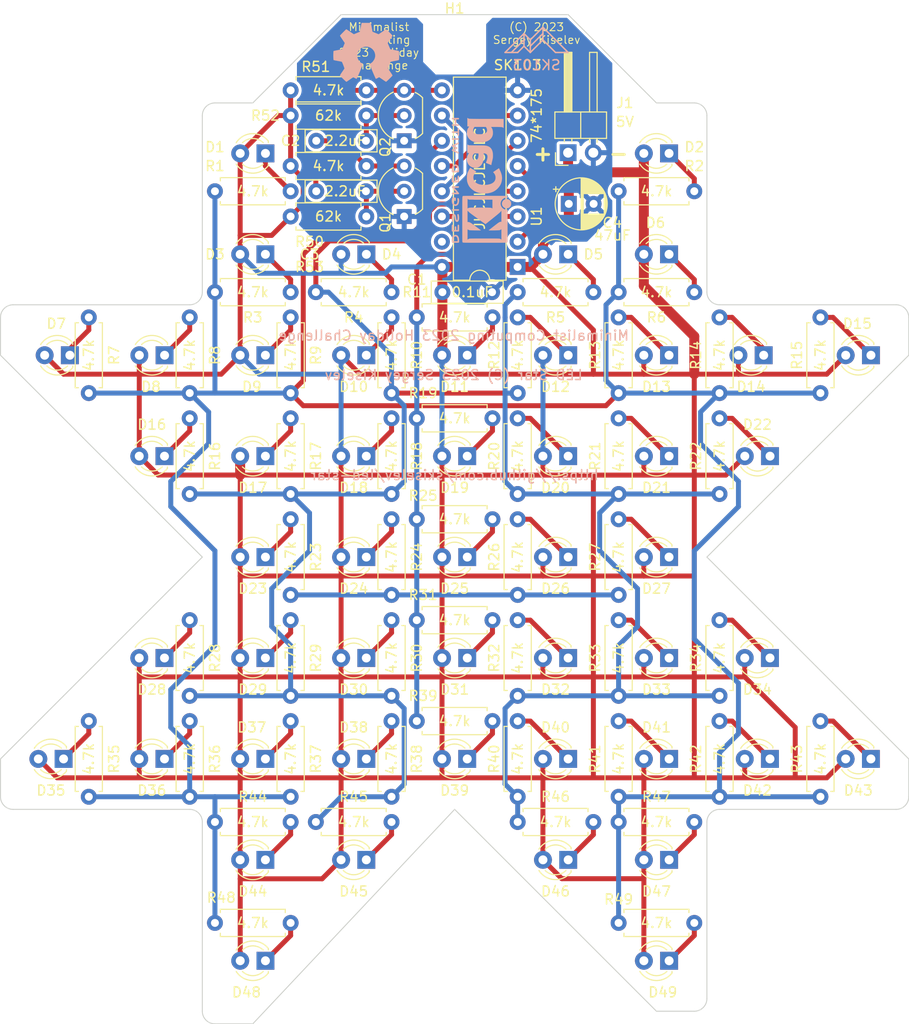
<source format=kicad_pcb>
(kicad_pcb (version 20211014) (generator pcbnew)
  (layers (0 "F.Cu" signal) (31 "B.Cu" signal) (34 "B.Paste" user) (35 "F.Paste" user) (36 "B.SilkS" user "B.Silkscreen") (37 "F.SilkS" user "F.Silkscreen") (38 "B.Mask" user) (39 "F.Mask" user) (44 "Edge.Cuts" user))
  (net 0 "")
  (net 1 "VCC")
  (net 2 "GND")
  (net 3 "Net-(C2-Pad1)")
  (net 4 "Net-(C2-Pad2)")
  (net 5 "Net-(C3-Pad1)")
  (net 6 "/CLOCK")
  (net 7 "Net-(D1-Pad1)")
  (net 8 "Net-(D2-Pad1)")
  (net 9 "Net-(D3-Pad1)")
  (net 10 "Net-(D4-Pad1)")
  (net 11 "Net-(D5-Pad1)")
  (net 12 "Net-(D6-Pad1)")
  (net 13 "Net-(D7-Pad1)")
  (net 14 "Net-(D9-Pad1)")
  (net 15 "Net-(D10-Pad1)")
  (net 16 "Net-(D11-Pad1)")
  (net 17 "Net-(D12-Pad1)")
  (net 18 "Net-(D13-Pad1)")
  (net 19 "Net-(D14-Pad1)")
  (net 20 "Net-(D15-Pad1)")
  (net 21 "Net-(D16-Pad1)")
  (net 22 "Net-(D17-Pad1)")
  (net 23 "Net-(D18-Pad1)")
  (net 24 "Net-(D19-Pad1)")
  (net 25 "Net-(D20-Pad1)")
  (net 26 "Net-(D21-Pad1)")
  (net 27 "Net-(D22-Pad1)")
  (net 28 "Net-(D23-Pad1)")
  (net 29 "Net-(D24-Pad1)")
  (net 30 "Net-(D25-Pad1)")
  (net 31 "Net-(D26-Pad1)")
  (net 32 "Net-(D27-Pad1)")
  (net 33 "Net-(D28-Pad1)")
  (net 34 "Net-(D29-Pad1)")
  (net 35 "Net-(D30-Pad1)")
  (net 36 "Net-(D31-Pad1)")
  (net 37 "Net-(D32-Pad1)")
  (net 38 "Net-(D33-Pad1)")
  (net 39 "Net-(D34-Pad1)")
  (net 40 "Net-(D35-Pad1)")
  (net 41 "Net-(D36-Pad1)")
  (net 42 "Net-(D37-Pad1)")
  (net 43 "Net-(D38-Pad1)")
  (net 44 "Net-(D39-Pad1)")
  (net 45 "Net-(D40-Pad1)")
  (net 46 "Net-(D41-Pad1)")
  (net 47 "Net-(D42-Pad1)")
  (net 48 "Net-(D43-Pad1)")
  (net 49 "Net-(D44-Pad1)")
  (net 50 "Net-(D45-Pad1)")
  (net 51 "Net-(D46-Pad1)")
  (net 52 "Net-(D47-Pad1)")
  (net 53 "Net-(D48-Pad1)")
  (net 54 "Net-(D49-Pad1)")
  (net 55 "Net-(D8-Pad1)")
  (net 56 "Net-(R1-Pad1)")
  (net 57 "Net-(R10-Pad1)")
  (net 58 "Net-(U1-Pad2)")
  (net 59 "Net-(U1-Pad14)")
  (net 60 "Net-(U1-Pad12)")
  (net 61 "Net-(U1-Pad10)")
  (net 63 "Net-(R11-Pad1)")
  (footprint "Resistor_THT:R_Axial_DIN0207_L6.3mm_D2.5mm_P7.62mm_Horizontal" (layer "F.Cu") (at 160.02 128.27)
    (fp_text reference "R46")
    (fp_text value "4.7k")
  )
  (footprint "LED_THT:LED_D3.0mm_Clear" (layer "F.Cu") (at 124.46 91.44 180)
    (fp_text reference "D16")
    (fp_text value "Green")
  )
  (footprint "LED_THT:LED_D3.0mm_Clear" (layer "F.Cu") (at 154.94 91.44 180)
    (fp_text reference "D19")
    (fp_text value "Red")
  )
  (footprint "LED_THT:LED_D3.0mm_Clear" (layer "F.Cu") (at 175.26 101.6 180)
    (fp_text reference "D27")
    (fp_text value "Red")
  )
  (footprint "Capacitor_THT:C_Rect_L7.0mm_W2.0mm_P5.00mm" (layer "F.Cu") (at 139.74 59.69)
    (fp_text reference "C2")
    (fp_text value "2.2uF")
  )
  (footprint "Resistor_THT:R_Axial_DIN0207_L6.3mm_D2.5mm_P7.62mm_Horizontal" (layer "F.Cu") (at 137.16 105.41 90)
    (fp_text reference "R23")
    (fp_text value "4.7k")
  )
  (footprint "MountingHole:MountingHole_3.2mm_M3_DIN965" (layer "F.Cu") (at 153.67 50.165)
    (fp_text reference "H1")
    (fp_text value "M3")
  )
  (footprint "LED_THT:LED_D3.0mm_Clear" (layer "F.Cu") (at 134.62 111.76 180)
    (fp_text reference "D29")
    (fp_text value "Green")
  )
  (footprint "Resistor_THT:R_Axial_DIN0207_L6.3mm_D2.5mm_P7.62mm_Horizontal" (layer "F.Cu") (at 170.18 74.93)
    (fp_text reference "R6")
    (fp_text value "4.7k")
  )
  (footprint "LED_THT:LED_D3.0mm_Clear" (layer "F.Cu") (at 144.78 91.44 180)
    (fp_text reference "D18")
    (fp_text value "Green")
  )
  (footprint "Resistor_THT:R_Axial_DIN0207_L6.3mm_D2.5mm_P7.62mm_Horizontal" (layer "F.Cu") (at 137.16 62.23)
    (fp_text reference "R50")
    (fp_text value "4.7k")
  )
  (footprint "LED_THT:LED_D3.0mm_Clear" (layer "F.Cu") (at 165.105 81.28 180)
    (fp_text reference "D12")
    (fp_text value "Green")
  )
  (footprint "Resistor_THT:R_Axial_DIN0207_L6.3mm_D2.5mm_P7.62mm_Horizontal" (layer "F.Cu") (at 129.54 64.77)
    (fp_text reference "R1")
    (fp_text value "4.7k")
  )
  (footprint "Capacitor_THT:CP_Radial_D5.0mm_P2.50mm" (layer "F.Cu") (at 165.164888 66.04)
    (fp_text reference "C4")
    (fp_text value "47uF")
  )
  (footprint "LED_THT:LED_D3.0mm_Clear" (layer "F.Cu") (at 154.94 81.28 180)
    (fp_text reference "D11")
    (fp_text value "Red")
  )
  (footprint "LED_THT:LED_D3.0mm_Clear" (layer "F.Cu") (at 195.58 121.92 180)
    (fp_text reference "D43")
    (fp_text value "Blue")
  )
  (footprint "LED_THT:LED_D3.0mm_Clear" (layer "F.Cu") (at 154.94 121.92 180)
    (fp_text reference "D39")
    (fp_text value "Red")
  )
  (footprint "Resistor_THT:R_Axial_DIN0207_L6.3mm_D2.5mm_P7.62mm_Horizontal" (layer "F.Cu") (at 149.86 97.79)
    (fp_text reference "R25")
    (fp_text value "4.7k")
  )
  (footprint "Resistor_THT:R_Axial_DIN0207_L6.3mm_D2.5mm_P7.62mm_Horizontal" (layer "F.Cu") (at 149.86 107.95)
    (fp_text reference "R31")
    (fp_text value "4.7k")
  )
  (footprint "Resistor_THT:R_Axial_DIN0207_L6.3mm_D2.5mm_P7.62mm_Horizontal" (layer "F.Cu") (at 139.7 74.93)
    (fp_text reference "R4")
    (fp_text value "4.7k")
  )
  (footprint "LED_THT:LED_D3.0mm_Clear" (layer "F.Cu") (at 165.105 101.6 180)
    (fp_text reference "D26")
    (fp_text value "Red")
  )
  (footprint "LED_THT:LED_D3.0mm_Clear" (layer "F.Cu") (at 165.1 121.92 180)
    (fp_text reference "D40")
    (fp_text value "Green")
  )
  (footprint "Resistor_THT:R_Axial_DIN0207_L6.3mm_D2.5mm_P7.62mm_Horizontal" (layer "F.Cu") (at 149.86 118.11)
    (fp_text reference "R39")
    (fp_text value "4.7k")
  )
  (footprint "Resistor_THT:R_Axial_DIN0207_L6.3mm_D2.5mm_P7.62mm_Horizontal" (layer "F.Cu") (at 139.7 128.27)
    (fp_text reference "R45")
    (fp_text value "4.7k")
  )
  (footprint "Resistor_THT:R_Axial_DIN0207_L6.3mm_D2.5mm_P7.62mm_Horizontal" (layer "F.Cu") (at 170.18 105.41 90)
    (fp_text reference "R27")
    (fp_text value "4.7k")
  )
  (footprint "LED_THT:LED_D3.0mm_Clear" (layer "F.Cu") (at 134.62 91.44 180)
    (fp_text reference "D17")
    (fp_text value "Green")
  )
  (footprint "Package_TO_SOT_THT:TO-92_Inline_Wide" (layer "F.Cu") (at 148.59 59.69 90)
    (fp_text reference "Q2")
    (fp_text value "2N3904")
  )
  (footprint "LED_THT:LED_D3.0mm_Clear" (layer "F.Cu") (at 144.78 111.76 180)
    (fp_text reference "D30")
    (fp_text value "Green")
  )
  (footprint "Resistor_THT:R_Axial_DIN0207_L6.3mm_D2.5mm_P7.62mm_Horizontal" (layer "F.Cu") (at 160.02 105.41 90)
    (fp_text reference "R26")
    (fp_text value "4.7k")
  )
  (footprint "LED_THT:LED_D3.0mm_Clear" (layer "F.Cu") (at 144.78 132.08 180)
    (fp_text reference "D45")
    (fp_text value "Green")
  )
  (footprint "Resistor_THT:R_Axial_DIN0207_L6.3mm_D2.5mm_P7.62mm_Horizontal" (layer "F.Cu") (at 160.02 74.93)
    (fp_text reference "R5")
    (fp_text value "4.7k")
  )
  (footprint "Resistor_THT:R_Axial_DIN0207_L6.3mm_D2.5mm_P7.62mm_Horizontal" (layer "F.Cu") (at 149.86 77.47)
    (fp_text reference "R11")
    (fp_text value "4.7k")
  )
  (footprint "Resistor_THT:R_Axial_DIN0207_L6.3mm_D2.5mm_P7.62mm_Horizontal" (layer "F.Cu") (at 116.84 125.73 90)
    (fp_text reference "R35")
    (fp_text value "4.7k")
  )
  (footprint "Connector_PinHeader_2.54mm:PinHeader_1x02_P2.54mm_Horizontal" (layer "F.Cu") (at 165.095 60.89 90)
    (fp_text reference "J1")
    (fp_text value "5V")
  )
  (footprint "Resistor_THT:R_Axial_DIN0207_L6.3mm_D2.5mm_P7.62mm_Horizontal" (layer "F.Cu") (at 127 95.25 90)
    (fp_text reference "R16")
    (fp_text value "4.7k")
  )
  (footprint "LED_THT:LED_D3.0mm_Clear" (layer "F.Cu") (at 154.945 101.6 180)
    (fp_text reference "D25")
    (fp_text value "Red")
  )
  (footprint "Resistor_THT:R_Axial_DIN0207_L6.3mm_D2.5mm_P7.62mm_Horizontal" (layer "F.Cu") (at 190.5 125.73 90)
    (fp_text reference "R43")
    (fp_text value "4.7k")
  )
  (footprint "LED_THT:LED_D3.0mm_Clear" (layer "F.Cu") (at 175.265 121.92 180)
    (fp_text reference "D41")
    (fp_text value "Blue")
  )
  (footprint "LED_THT:LED_D3.0mm_Clear" (layer "F.Cu") (at 175.265 132.08 180)
    (fp_text reference "D47")
    (fp_text value "Blue")
  )
  (footprint "LED_THT:LED_D3.0mm_Clear" (layer "F.Cu") (at 184.785 81.28 180)
    (fp_text reference "D14")
    (fp_text value "Blue")
  )
  (footprint "Package_TO_SOT_THT:TO-92_Inline_Wide" (layer "F.Cu") (at 148.59 67.31 90)
    (fp_text reference "Q1")
    (fp_text value "2N3904")
  )
  (footprint "LED_THT:LED_D3.0mm_Clear" (layer "F.Cu") (at 185.42 121.92 180)
    (fp_text reference "D42")
    (fp_text value "Blue")
  )
  (footprint "Capacitor_THT:C_Rect_L7.0mm_W2.0mm_P5.00mm" (layer "F.Cu") (at 144.74 64.77 180)
    (fp_text reference "C3")
    (fp_text value "2.2uF")
  )
  (footprint "Resistor_THT:R_Axial_DIN0207_L6.3mm_D2.5mm_P7.62mm_Horizontal" (layer "F.Cu") (at 170.18 64.77)
    (fp_text reference "R2")
    (fp_text value "4.7k")
  )
  (footprint "Resistor_THT:R_Axial_DIN0207_L6.3mm_D2.5mm_P7.62mm_Horizontal" (layer "F.Cu") (at 137.16 54.61)
    (fp_text reference "R51")
    (fp_text value "4.7k")
  )
  (footprint "Resistor_THT:R_Axial_DIN0207_L6.3mm_D2.5mm_P7.62mm_Horizontal" (layer "F.Cu") (at 137.16 57.15)
    (fp_text reference "R52")
    (fp_text value "62k")
  )
  (footprint "Resistor_THT:R_Axial_DIN0207_L6.3mm_D2.5mm_P7.62mm_Horizontal" (layer "F.Cu") (at 170.18 115.57 90)
    (fp_text reference "R33")
    (fp_text value "4.7k")
  )
  (footprint "Resistor_THT:R_Axial_DIN0207_L6.3mm_D2.5mm_P7.62mm_Horizontal" (layer "F.Cu") (at 137.16 115.57 90)
    (fp_text reference "R29")
    (fp_text value "4.7k")
  )
  (footprint "LED_THT:LED_D3.0mm_Clear" (layer "F.Cu") (at 144.78 101.6 180)
    (fp_text reference "D24")
    (fp_text value "Red")
  )
  (footprint "Resistor_THT:R_Axial_DIN0207_L6.3mm_D2.5mm_P7.62mm_Horizontal" (layer "F.Cu") (at 170.18 85.09 90)
    (fp_text reference "R13")
    (fp_text value "4.7k")
  )
  (footprint "Resistor_THT:R_Axial_DIN0207_L6.3mm_D2.5mm_P7.62mm_Horizontal" (layer "F.Cu") (at 149.86 87.63)
    (fp_text reference "R19")
    (fp_text value "4.7k")
  )
  (footprint "LED_THT:LED_D3.0mm_Clear" (layer "F.Cu") (at 165.1 91.44 180)
    (fp_text reference "D20")
    (fp_text value "Green")
  )
  (footprint "Resistor_THT:R_Axial_DIN0207_L6.3mm_D2.5mm_P7.62mm_Horizontal" (layer "F.Cu") (at 190.5 85.09 90)
    (fp_text reference "R15")
    (fp_text value "4.7k")
  )
  (footprint "Resistor_THT:R_Axial_DIN0207_L6.3mm_D2.5mm_P7.62mm_Horizontal" (layer "F.Cu") (at 147.32 105.41 90)
    (fp_text reference "R24")
    (fp_text value "4.7k")
  )
  (footprint "LED_THT:LED_D3.0mm_Clear" (layer "F.Cu") (at 134.62 71.12 180)
    (fp_text reference "D3")
    (fp_text value "Blue")
  )
  (footprint "Resistor_THT:R_Axial_DIN0207_L6.3mm_D2.5mm_P7.62mm_Horizontal" (layer "F.Cu") (at 127 85.09 90)
    (fp_text reference "R8")
    (fp_text value "4.7k")
  )
  (footprint "LED_THT:LED_D3.0mm_Clear" (layer "F.Cu") (at 144.78 81.28 180)
    (fp_text reference "D10")
    (fp_text value "Green")
  )
  (footprint "LED_THT:LED_D3.0mm_Clear" (layer "F.Cu") (at 134.625 60.96 180)
    (fp_text reference "D1")
    (fp_text value "Blue")
  )
  (footprint "Resistor_THT:R_Axial_DIN0207_L6.3mm_D2.5mm_P7.62mm_Horizontal" (layer "F.Cu") (at 137.16 125.73 90)
    (fp_text reference "R37")
    (fp_text value "4.7k")
  )
  (footprint "Resistor_THT:R_Axial_DIN0207_L6.3mm_D2.5mm_P7.62mm_Horizontal" (layer "F.Cu") (at 147.32 115.57 90)
    (fp_text reference "R30")
    (fp_text value "4.7k")
  )
  (footprint "LED_THT:LED_D3.0mm_Clear" (layer "F.Cu") (at 144.785 71.12 180)
    (fp_text reference "D4")
    (fp_text value "Green")
  )
  (footprint "Resistor_THT:R_Axial_DIN0207_L6.3mm_D2.5mm_P7.62mm_Horizontal" (layer "F.Cu") (at 129.54 74.93)
    (fp_text reference "R3")
    (fp_text value "4.7k")
  )
  (footprint "Resistor_THT:R_Axial_DIN0207_L6.3mm_D2.5mm_P7.62mm_Horizontal" (layer "F.Cu") (at 127 115.57 90)
    (fp_text reference "R28")
    (fp_text value "4.7k")
  )
  (footprint "LED_THT:LED_D3.0mm_Clear" (layer "F.Cu") (at 134.625 101.6 180)
    (fp_text reference "D23")
    (fp_text value "Red")
  )
  (footprint "Resistor_THT:R_Axial_DIN0207_L6.3mm_D2.5mm_P7.62mm_Horizontal" (layer "F.Cu") (at 160.02 115.57 90)
    (fp_text reference "R32")
    (fp_text value "4.7k")
  )
  (footprint "LED_THT:LED_D3.0mm_Clear" (layer "F.Cu") (at 165.1 111.76 180)
    (fp_text reference "D32")
    (fp_text value "Green")
  )
  (footprint "Resistor_THT:R_Axial_DIN0207_L6.3mm_D2.5mm_P7.62mm_Horizontal" (layer "F.Cu") (at 160.02 85.09 90)
    (fp_text reference "R12")
    (fp_text value "4.7k")
  )
  (footprint "Resistor_THT:R_Axial_DIN0207_L6.3mm_D2.5mm_P7.62mm_Horizontal" (layer "F.Cu") (at 147.32 125.73 90)
    (fp_text reference "R38")
    (fp_text value "4.7k")
  )
  (footprint "LED_THT:LED_D3.0mm_Clear" (layer "F.Cu") (at 134.62 132.08 180)
    (fp_text reference "D44")
    (fp_text value "Blue")
  )
  (footprint "Resistor_THT:R_Axial_DIN0207_L6.3mm_D2.5mm_P7.62mm_Horizontal" (layer "F.Cu") (at 147.32 95.25 90)
    (fp_text reference "R18")
    (fp_text value "4.7k")
  )
  (footprint "LED_THT:LED_D3.0mm_Clear" (layer "F.Cu") (at 114.935 81.28 180)
    (fp_text reference "D7")
    (fp_text value "Blue")
  )
  (footprint "LED_THT:LED_D3.0mm_Clear" (layer "F.Cu") (at 114.3 121.92 180)
    (fp_text reference "D35")
    (fp_text value "Blue")
  )
  (footprint "Resistor_THT:R_Axial_DIN0207_L6.3mm_D2.5mm_P7.62mm_Horizontal" (layer "F.Cu") (at 170.18 128.27)
    (fp_text reference "R47")
    (fp_text value "4.7k")
  )
  (footprint "LED_THT:LED_D3.0mm_Clear" (layer "F.Cu") (at 134.62 121.92 180)
    (fp_text reference "D37")
    (fp_text value "Blue")
  )
  (footprint "Resistor_THT:R_Axial_DIN0207_L6.3mm_D2.5mm_P7.62mm_Horizontal" (layer "F.Cu") (at 127 125.73 90)
    (fp_text reference "R36")
    (fp_text value "4.7k")
  )
  (footprint "LED_THT:LED_D3.0mm_Clear" (layer "F.Cu") (at 175.26 60.96 180)
    (fp_text reference "D2")
    (fp_text value "Blue")
  )
  (footprint "Package_DIP:DIP-16_W7.62mm" (layer "F.Cu") (at 160.01 72.39 180)
    (fp_text reference "U1")
    (fp_text value "74*175")
  )
  (footprint "Resistor_THT:R_Axial_DIN0207_L6.3mm_D2.5mm_P7.62mm_Horizontal" (layer "F.Cu") (at 147.32 85.09 90)
    (fp_text reference "R10")
    (fp_text value "4.7k")
  )
  (footprint "LED_THT:LED_D3.0mm_Clear" (layer "F.Cu") (at 124.46 111.76 180)
    (fp_text reference "D28")
    (fp_text value "Green")
  )
  (footprint "LED_THT:LED_D3.0mm_Clear" (layer "F.Cu") (at 175.265 142.24 180)
    (fp_text reference "D49")
    (fp_text value "Blue")
  )
  (footprint "LED_THT:LED_D3.0mm_Clear" (layer "F.Cu") (at 175.26 81.28 180)
    (fp_text reference "D13")
    (fp_text value "Blue")
  )
  (footprint "LED_THT:LED_D3.0mm_Clear" (layer "F.Cu") (at 195.585 81.28 180)
    (fp_text reference "D15")
    (fp_text value "Blue")
  )
  (footprint "LED_THT:LED_D3.0mm_Clear" (layer "F.Cu") (at 154.945 111.76 180)
    (fp_text reference "D31")
    (fp_text value "Red")
  )
  (footprint "Resistor_THT:R_Axial_DIN0207_L6.3mm_D2.5mm_P7.62mm_Horizontal" (layer "F.Cu") (at 180.34 85.09 90)
    (fp_text reference "R14")
    (fp_text value "4.7k")
  )
  (footprint "LED_THT:LED_D3.0mm_Clear" (layer "F.Cu") (at 124.46 121.92 180)
    (fp_text reference "D36")
    (fp_text value "Blue")
  )
  (footprint "Resistor_THT:R_Axial_DIN0207_L6.3mm_D2.5mm_P7.62mm_Horizontal" (layer "F.Cu") (at 137.16 95.25 90)
    (fp_text reference "R17")
    (fp_text value "4.7k")
  )
  (footprint "LED_THT:LED_D3.0mm_Clear" (layer "F.Cu") (at 134.625 142.24 180)
    (fp_text reference "D48")
    (fp_text value "Blue")
  )
  (footprint "Resistor_THT:R_Axial_DIN0207_L6.3mm_D2.5mm_P7.62mm_Horizontal" (layer "F.Cu") (at 160.02 95.25 90)
    (fp_text reference "R20")
    (fp_text value "4.7k")
  )
  (footprint "LED_THT:LED_D3.0mm_Clear" (layer "F.Cu") (at 175.265 91.44 180)
    (fp_text reference "D21")
    (fp_text value "Green")
  )
  (footprint "LED_THT:LED_D3.0mm_Clear" (layer "F.Cu") (at 185.42 111.76 180)
    (fp_text reference "D34")
    (fp_text value "Green")
  )
  (footprint "Resistor_THT:R_Axial_DIN0207_L6.3mm_D2.5mm_P7.62mm_Horizontal" (layer "F.Cu") (at 170.18 138.43)
    (fp_text reference "R49")
    (fp_text value "4.7k")
  )
  (footprint "Resistor_THT:R_Axial_DIN0207_L6.3mm_D2.5mm_P7.62mm_Horizontal" (layer "F.Cu") (at 180.34 115.57 90)
    (fp_text reference "R34")
    (fp_text value "4.7k")
  )
  (footprint "LED_THT:LED_D3.0mm_Clear" (layer "F.Cu") (at 144.78 121.92 180)
    (fp_text reference "D38")
    (fp_text value "Green")
  )
  (footprint "Resistor_THT:R_Axial_DIN0207_L6.3mm_D2.5mm_P7.62mm_Horizontal" (layer "F.Cu") (at 180.34 95.25 90)
    (fp_text reference "R22")
    (fp_text value "4.7k")
  )
  (footprint "LED_THT:LED_D3.0mm_Clear" (layer "F.Cu") (at 124.47 81.28 180)
    (fp_text reference "D8")
    (fp_text value "Blue")
  )
  (footprint "Resistor_THT:R_Axial_DIN0207_L6.3mm_D2.5mm_P7.62mm_Horizontal" (layer "F.Cu") (at 160.02 125.73 90)
    (fp_text reference "R40")
    (fp_text value "4.7k")
  )
  (footprint "Resistor_THT:R_Axial_DIN0207_L6.3mm_D2.5mm_P7.62mm_Horizontal" (layer "F.Cu") (at 170.18 125.73 90)
    (fp_text reference "R41")
    (fp_text value "4.7k")
  )
  (footprint "Resistor_THT:R_Axial_DIN0207_L6.3mm_D2.5mm_P7.62mm_Horizontal" (layer "F.Cu") (at 180.34 125.73 90)
    (fp_text reference "R42")
    (fp_text value "4.7k")
  )
  (footprint "Resistor_THT:R_Axial_DIN0207_L6.3mm_D2.5mm_P7.62mm_Horizontal" (layer "F.Cu") (at 137.16 67.31)
    (fp_text reference "R53")
    (fp_text value "62k")
  )
  (footprint "Resistor_THT:R_Axial_DIN0207_L6.3mm_D2.5mm_P7.62mm_Horizontal" (layer "F.Cu") (at 129.54 128.27)
    (fp_text reference "R44")
    (fp_text value "4.7k")
  )
  (footprint "LED_THT:LED_D3.0mm_Clear" (layer "F.Cu") (at 175.265 111.76 180)
    (fp_text reference "D33")
    (fp_text value "Green")
  )
  (footprint "Resistor_THT:R_Axial_DIN0207_L6.3mm_D2.5mm_P7.62mm_Horizontal" (layer "F.Cu") (at 137.16 85.09 90)
    (fp_text reference "R9")
    (fp_text value "4.7k")
  )
  (footprint "LED_THT:LED_D3.0mm_Clear" (layer "F.Cu") (at 175.26 71.12 180)
    (fp_text reference "D6")
    (fp_text value "Blue")
  )
  (footprint "Resistor_THT:R_Axial_DIN0207_L6.3mm_D2.5mm_P7.62mm_Horizontal" (layer "F.Cu") (at 170.18 95.25 90)
    (fp_text reference "R21")
    (fp_text value "4.7k")
  )
  (footprint "Resistor_THT:R_Axial_DIN0207_L6.3mm_D2.5mm_P7.62mm_Horizontal" (layer "F.Cu") (at 129.54 138.43)
    (fp_text reference "R48")
    (fp_text value "4.7k")
  )
  (footprint "LED_THT:LED_D3.0mm_Clear" (layer "F.Cu") (at 185.425 91.44 180)
    (fp_text reference "D22")
    (fp_text value "Green")
  )
  (footprint "LED_THT:LED_D3.0mm_Clear" (layer "F.Cu") (at 134.62 81.28 180)
    (fp_text reference "D9")
    (fp_text value "Blue")
  )
  (footprint "LED_THT:LED_D3.0mm_Clear" (layer "F.Cu") (at 165.105 132.08 180)
    (fp_text reference "D46")
    (fp_text value "Green")
  )
  (footprint "Resistor_THT:R_Axial_DIN0207_L6.3mm_D2.5mm_P7.62mm_Horizontal" (layer "F.Cu") (at 116.84 85.09 90)
    (fp_text reference "R7")
    (fp_text value "4.7k")
  )
  (footprint "Capacitor_THT:C_Rect_L7.0mm_W2.0mm_P5.00mm" (layer "F.Cu") (at 152.44 74.93)
    (fp_text reference "C1")
    (fp_text value "0.1uF")
  )
  (footprint "LED_THT:LED_D3.0mm_Clear" (layer "F.Cu") (at 165.105 71.12 180)
    (fp_text reference "D5")
    (fp_text value "Green")
  )
  (footprint "Symbol:OSHW-Symbol_6.7x6mm_SilkScreen" (layer "B.Cu") (at 144.78 50.8 180)
    (fp_text reference "OSHW1" hide)
    (fp_text value "OSHW-Symbol_6.7x6mm_SilkScreen" hide)
  )
  (footprint "Symbol:KiCad-Logo2_5mm_SilkScreen" (layer "B.Cu") (at 156.3878 63.6778 90)
    (fp_text reference "REF**" hide)
    (fp_text value "KiCad-Logo2_5mm_SilkScreen" hide)
  )
  (gr_line (start 165.1 50.8) (end 163.83 50.8) (layer "B.SilkS") (width 0.15))
  (gr_line (start 162.56 49.53) (end 161.29 50.8) (layer "B.SilkS") (width 0.15))
  (gr_line (start 158.75 50.8) (end 160.655 48.895) (layer "B.SilkS") (width 0.15))
  (gr_line (start 161.29 50.8) (end 161.29 49.53) (layer "B.SilkS") (width 0.15))
  (gr_line (start 161.29 49.53) (end 162.56 48.26) (layer "B.SilkS") (width 0.15))
  (gr_line (start 160.655 50.165) (end 160.655 48.895) (layer "B.SilkS") (width 0.15))
  (gr_line (start 162.56 48.26) (end 165.1 50.8) (layer "B.SilkS") (width 0.15))
  (gr_line (start 162.56 49.53) (end 162.56 48.26) (layer "B.SilkS") (width 0.15))
  (gr_line (start 160.655 48.895) (end 161.29 49.53) (layer "B.SilkS") (width 0.15))
  (gr_line (start 159.385 50.8) (end 160.655 49.53) (layer "B.SilkS") (width 0.15))
  (gr_line (start 163.83 50.8) (end 162.56 49.53) (layer "B.SilkS") (width 0.15))
  (gr_line (start 161.29 50.165) (end 162.56 48.895) (layer "B.SilkS") (width 0.15))
  (gr_line (start 160.02 50.8) (end 158.75 50.8) (layer "B.SilkS") (width 0.15))
  (gr_line (start 161.29 50.8) (end 160.655 50.165) (layer "B.SilkS") (width 0.15))
  (gr_line (start 160.655 50.165) (end 160.02 50.8) (layer "B.SilkS") (width 0.15))
  (gr_line (start 128.27 74.93) (end 128.27 57.15) (layer "Edge.Cuts") (width 0.1))
  (gr_line (start 173.99 55.88) (end 177.8 55.88) (layer "Edge.Cuts") (width 0.1))
  (gr_line (start 198.12 127) (end 180.34 127) (layer "Edge.Cuts") (width 0.1))
  (gr_arc (start 177.8 55.88) (mid 178.698026 56.251974) (end 179.07 57.15) (layer "Edge.Cuts") (width 0.1))
  (gr_line (start 133.35 55.88) (end 142.24 46.99) (layer "Edge.Cuts") (width 0.1))
  (gr_line (start 179.07 101.6) (end 199.39 121.92) (layer "Edge.Cuts") (width 0.1))
  (gr_line (start 179.07 57.15) (end 179.07 74.93) (layer "Edge.Cuts") (width 0.1))
  (gr_arc (start 199.39 125.73) (mid 199.018026 126.628026) (end 198.12 127) (layer "Edge.Cuts") (width 0.1))
  (gr_line (start 153.67 127) (end 133.35 148.59) (layer "Edge.Cuts") (width 0.1))
  (gr_line (start 165.1 46.99) (end 173.99 55.88) (layer "Edge.Cuts") (width 0.1))
  (gr_line (start 109.22 76.2) (end 127 76.2) (layer "Edge.Cuts") (width 0.1))
  (gr_line (start 199.39 77.47) (end 199.39 81.28) (layer "Edge.Cuts") (width 0.1))
  (gr_arc (start 129.54 148.59) (mid 128.641974 148.218026) (end 128.27 147.32) (layer "Edge.Cuts") (width 0.1))
  (gr_arc (start 179.07 128.27) (mid 179.441974 127.371974) (end 180.34 127) (layer "Edge.Cuts") (width 0.1))
  (gr_line (start 177.8 147.32) (end 173.99 147.32) (layer "Edge.Cuts") (width 0.1))
  (gr_arc (start 128.27 74.93) (mid 127.898026 75.828026) (end 127 76.2) (layer "Edge.Cuts") (width 0.1))
  (gr_arc (start 180.34 76.2) (mid 179.441974 75.828026) (end 179.07 74.93) (layer "Edge.Cuts") (width 0.1))
  (gr_line (start 127 127) (end 109.22 127) (layer "Edge.Cuts") (width 0.1))
  (gr_arc (start 198.12 76.2) (mid 199.018026 76.571974) (end 199.39 77.47) (layer "Edge.Cuts") (width 0.1))
  (gr_line (start 142.24 46.99) (end 165.1 46.99) (layer "Edge.Cuts") (width 0.1))
  (gr_arc (start 127 127) (mid 127.898026 127.371974) (end 128.27 128.27) (layer "Edge.Cuts") (width 0.1))
  (gr_line (start 199.39 121.92) (end 199.39 125.73) (layer "Edge.Cuts") (width 0.1))
  (gr_arc (start 128.27 57.15) (mid 128.641974 56.251974) (end 129.54 55.88) (layer "Edge.Cuts") (width 0.1))
  (gr_arc (start 179.07 146.05) (mid 178.698026 146.948026) (end 177.8 147.32) (layer "Edge.Cuts") (width 0.1))
  (gr_line (start 107.95 81.28) (end 107.95 77.47) (layer "Edge.Cuts") (width 0.1))
  (gr_arc (start 107.95 77.47) (mid 108.321974 76.571974) (end 109.22 76.2) (layer "Edge.Cuts") (width 0.1))
  (gr_line (start 179.07 128.27) (end 179.07 146.05) (layer "Edge.Cuts") (width 0.1))
  (gr_line (start 173.99 147.32) (end 163.83 137.16) (layer "Edge.Cuts") (width 0.1))
  (gr_line (start 128.27 101.6) (end 107.95 81.28) (layer "Edge.Cuts") (width 0.1))
  (gr_line (start 163.83 137.16) (end 153.67 127) (layer "Edge.Cuts") (width 0.1))
  (gr_line (start 133.35 148.59) (end 129.54 148.59) (layer "Edge.Cuts") (width 0.1))
  (gr_line (start 199.39 81.28) (end 179.07 101.6) (layer "Edge.Cuts") (width 0.1))
  (gr_line (start 107.95 121.92) (end 128.27 101.6) (layer "Edge.Cuts") (width 0.1))
  (gr_line (start 128.27 147.32) (end 128.27 128.27) (layer "Edge.Cuts") (width 0.1))
  (gr_line (start 107.95 125.73) (end 107.95 121.92) (layer "Edge.Cuts") (width 0.1))
  (gr_line (start 129.54 55.88) (end 133.35 55.88) (layer "Edge.Cuts") (width 0.1))
  (gr_arc (start 109.22 127) (mid 108.321974 126.628026) (end 107.95 125.73) (layer "Edge.Cuts") (width 0.1))
  (gr_line (start 180.34 76.2) (end 198.12 76.2) (layer "Edge.Cuts") (width 0.1))
  (gr_text "SK103" (at 161.925 52.07) (layer "B.SilkS") (effects (font (size 1 1)) (justify mirror)))
  (gr_text "Minimalist Computing 2023 Holiday Challenge\n" (at 153.573513 79.292341) (layer "B.SilkS") (effects (font (size 1 1)) (justify mirror)))
  (gr_text "https://github.com/skiselev/led-star" (at 153.67 93.345) (layer "B.SilkS") (effects (font (size 1 1)) (justify mirror)))
  (gr_text "LED Star (C) 2023 Sergey Kiselev\n" (at 153.573513 83.267659) (layer "B.SilkS") (effects (font (size 1 1)) (justify mirror)))
  (gr_text "JLCJLCJLCJLC" (at 156.21 63.5 90) (layer "F.SilkS") (effects (font (size 1 1))))
  (gr_text "Minimalist\nComputing\n2023 Holiday\nChallenge\n" (at 146.05 50.165) (layer "F.SilkS") (effects (font (size 0.8 0.8) (thickness 0.1))))
  (gr_text "-" (at 170.18 60.96) (layer "F.SilkS") (effects (font (size 1.5 1.5) (thickness 0.3))))
  (gr_text "(C) 2023\nSergey Kiselev\n\n" (at 161.925 49.53) (layer "F.SilkS") (effects (font (size 0.8 0.8) (thickness 0.1))))
  (gr_text "+" (at 162.56 60.96) (layer "F.SilkS") (effects (font (size 1.5 1.5) (thickness 0.3))))
  (gr_text "SK103" (at 160.02 52.07) (layer "F.SilkS") (effects (font (size 1 1))))
  (segment (start 130.175 83.185) (end 132.08 81.28) (width 0.5) (layer "F.Cu") (net 1))
  (segment (start 172.72 71.12) (end 172.72 74.295) (width 1) (layer "F.Cu") (net 1))
  (segment (start 177.8 113.665) (end 172.73 113.665) (width 0.5) (layer "F.Cu") (net 1))
  (segment (start 172.725 93.34) (end 172.72 93.345) (width 0.5) (layer "F.Cu") (net 1))
  (segment (start 152.405 111.76) (end 152.405 103.5) (width 0.5) (layer "F.Cu") (net 1))
  (segment (start 172.72 93.345) (end 167.64 93.345) (width 0.5) (layer "F.Cu") (net 1))
  (segment (start 152.4 121.92) (end 152.4 113.665) (width 0.5) (layer "F.Cu") (net 1))
  (segment (start 142.24 113.665) (end 152.4 113.665) (width 0.5) (layer "F.Cu") (net 1))
  (segment (start 165.164888 62.929888) (end 165.164888 66.04) (width 1) (layer "F.Cu") (net 1))
  (segment (start 162.56 111.76) (end 162.56 113.665) (width 0.5) (layer "F.Cu") (net 1))
  (segment (start 132.08 60.96) (end 135.89 57.15) (width 0.5) (layer "F.Cu") (net 1))
  (segment (start 177.79 93.345) (end 177.795 93.34) (width 0.5) (layer "F.Cu") (net 1))
  (segment (start 172.72 93.345) (end 177.79 93.345) (width 0.5) (layer "F.Cu") (net 1))
  (segment (start 172.72 83.185) (end 172.72 81.28) (width 0.5) (layer "F.Cu") (net 1))
  (segment (start 172.725 121.92) (end 172.725 123.82) (width 0.5) (layer "F.Cu") (net 1))
  (segment (start 132.085 133.99) (end 132.085 132.085) (width 0.5) (layer "F.Cu") (net 1))
  (segment (start 114.3 83.185) (end 121.92 83.185) (width 0.5) (layer "F.Cu") (net 1))
  (segment (start 152.44 72.44) (end 152.39 72.39) (width 1) (layer "F.Cu") (net 1))
  (segment (start 161.295 72.39) (end 162.565 71.12) (width 1) (layer "F.Cu") (net 1))
  (segment (start 142.24 93.345) (end 142.24 91.44) (width 0.5) (layer "F.Cu") (net 1))
  (segment (start 142.24 123.825) (end 142.24 132.08) (width 0.5) (layer "F.Cu") (net 1))
  (segment (start 152.39 72.39) (end 160.01 72.39) (width 1) (layer "F.Cu") (net 1))
  (segment (start 172.725 142.24) (end 172.725 133.98) (width 0.5) (layer "F.Cu") (net 1))
  (segment (start 142.24 102.87) (end 142.24 101.6) (width 0.5) (layer "F.Cu") (net 1))
  (segment (start 132.08 93.335) (end 132.085 93.34) (width 1) (layer "F.Cu") (net 1))
  (segment (start 132.085 132.085) (end 132.08 132.08) (width 0.5) (layer "F.Cu") (net 1))
  (segment (start 132.08 123.825) (end 142.24 123.825) (width 0.5) (layer "F.Cu") (net 1))
  (segment (start 191.135 123.825) (end 193.04 121.92) (width 0.5) (layer "F.Cu") (net 1))
  (segment (start 172.72 60.96) (end 172.72 62.865) (width 1) (layer "F.Cu") (net 1))
  (segment (start 152.405 103.5) (end 152.4 103.505) (width 0.5) (layer "F.Cu") (net 1))
  (segment (start 172.725 91.44) (end 172.725 93.34) (width 0.5) (layer "F.Cu") (net 1))
  (segment (start 113.665 123.825) (end 121.92 123.825) (width 0.5) (layer "F.Cu") (net 1))
  (segment (start 161.29 72.39) (end 160.02 72.39) (width 0.5) (layer "F.Cu") (net 1))
  (segment (start 162.565 71.12) (end 162.565 70.00375) (width 1) (layer "F.Cu") (net 1))
  (segment (start 152.4 91.44) (end 152.4 93.345) (width 0.5) (layer "F.Cu") (net 1))
  (segment (start 142.24 101.6) (end 142.24 93.345) (width 0.5) (layer "F.Cu") (net 1))
  (segment (start 165.164888 67.403862) (end 165.164888 66.04) (width 1) (layer "F.Cu") (net 1))
  (segment (start 182.88 121.92) (end 182.88 123.825) (width 0.5) (layer "F.Cu") (net 1))
  (segment (start 162.56 123.825) (end 162.56 132.075) (width 0.5) (layer "F.Cu") (net 1))
  (segment (start 182.245 83.185) (end 177.8 83.185) (width 0.5) (layer "F.Cu") (net 1))
  (segment (start 135.89 57.15) (end 137.16 57.15) (width 0.5) (layer "F.Cu") (net 1))
  (segment (start 152.44 81.24) (end 152.4 81.28) (width 1) (layer "F.Cu") (net 1))
  (segment (start 172.725 133.98) (end 172.725 132.08) (width 0.5) (layer "F.Cu") (net 1))
  (segment (start 121.92 83.185) (end 130.175 83.185) (width 0.5) (layer "F.Cu") (net 1))
  (segment (start 132.085 111.755) (end 132.08 111.76) (width 0.5) (layer "F.Cu") (net 1))
  (segment (start 162.56 83.185) (end 162.565 83.18) (width 0.5) (layer "F.Cu") (net 1))
  (segment (start 162.56 123.825) (end 167.64 123.825) (width 0.5) (layer "F.Cu") (net 1))
  (segment (start 172.725 123.82) (end 172.72 123.825) (width 0.5) (layer "F.Cu") (net 1))
  (segment (start 177.8 113.665) (end 177.8 123.825) (width 0.5) (layer "F.Cu") (net 1))
  (segment (start 121.92 123.825) (end 132.08 123.825) (width 0.5) (layer "F.Cu") (net 1))
  (segment (start 152.4 113.665) (end 162.56 113.665) (width 0.5) (layer "F.Cu") (net 1))
  (segment (start 172.72 74.295) (end 177.8 79.375) (width 1) (layer "F.Cu") (net 1))
  (segment (start 152.4 93.345) (end 142.24 93.345) (width 0.5) (layer "F.Cu") (net 1))
  (segment (start 165.095 60.89) (end 165.095 62.86) (width 1) (layer "F.Cu") (net 1))
  (segment (start 172.72 123.825) (end 177.8 123.825) (width 0.5) (layer "F.Cu") (net 1))
  (segment (start 172.72 62.865) (end 172.72 71.12) (width 1) (layer "F.Cu") (net 1))
  (segment (start 172.72 103.505) (end 172.72 101.6) (width 0.5) (layer "F.Cu") (net 1))
  (segment (start 172.72 62.865) (end 165.1 62.865) (width 1) (layer "F.Cu") (net 1))
  (segment (start 152.405 101.6) (end 152.405 93.35) (width 0.5) (layer "F.Cu") (net 1))
  (segment (start 162.565 83.18) (end 162.565 81.28) (width 0.5) (layer "F.Cu") (net 1))
  (segment (start 177.8 93.345) (end 177.8 103.505) (width 0.5) (layer "F.Cu") (net 1))
  (segment (start 152.4 103.505) (end 162.56 103.505) (width 0.5) (layer "F.Cu") (net 1))
  (segment (start 167.64 78.735) (end 161.295 72.39) (width 0.5) (layer "F.Cu") (net 1))
  (segment (start 142.24 111.76) (end 142.24 103.505) (width 0.5) (layer "F.Cu") (net 1))
  (segment (start 142.24 113.665) (end 142.24 111.76) (width 0.5) (layer "F.Cu") (net 1))
  (segment (start 140.33 133.99) (end 142.24 132.08) (width 0.5) (layer "F.Cu") (net 1))
  (segment (start 165.095 62.86) (end 165.164888 62.929888) (width 1) (layer "F.Cu") (net 1))
  (segment (start 152.4 123.825) (end 162.56 123.825) (width 0.5) (layer "F.Cu") (net 1))
  (segment (start 165.1 62.865) (end 165.095 62.86) (width 1) (layer "F.Cu") (net 1))
  (segment (start 177.8 113.665) (end 182.88 113.665) (width 0.5) (layer "F.Cu") (net 1))
  (segment (start 138.43 66.04) (end 137.16 67.31) (width 0.5) (layer "F.Cu") (net 1))
  (segment (start 152.4 72.39) (end 152.4 74.93) (width 0.5) (layer "F.Cu") (net 1))
  (segment (start 137.16 57.15) (end 137.16 62.23) (width 0.5) (layer "F.Cu") (net 1))
  (segment (start 162.565 70.00375) (end 165.164888 67.403862) (width 1) (layer "F.Cu") (net 1))
  (segment (start 137.16 62.23) (end 138.43 63.5) (width 0.5) (layer "F.Cu") (net 1))
  (segment (start 142.24 121.92) (end 142.24 113.665) (width 0.5) (layer "F.Cu") (net 1))
  (segment (start 167.64 83.185) (end 167.64 78.735) (width 0.5) (layer "F.Cu") (net 1))
  (segment (start 144.145 83.185) (end 152.4 83.185) (width 0.5) (layer "F.Cu") (net 1))
  (segment (start 121.92 121.92) (end 121.92 113.665) (width 0.5) (layer "F.Cu") (net 1))
  (segment (start 167.64 83.185) (end 172.72 83.185) (width 0.5) (layer "F.Cu") (net 1))
  (segment (start 132.085 93.34) (end 123.82 93.34) (width 0.5) (layer "F.Cu") (net 1))
  (segment (start 132.08 113.665) (end 132.08 111.76) (width 0.5) (layer "F.Cu") (net 1))
  (segment (start 177.795 83.19) (end 177.8 83.185) (width 0.5) (layer "F.Cu") (net 1))
  (segment (start 121.92 113.665) (end 132.08 113.665) (width 0.5) (layer "F.Cu") (net 1))
  (segment (start 172.73 113.665) (end 172.725 113.66) (width 0.5) (layer "F.Cu") (net 1))
  (segment (start 160.02 72.39) (end 152.4 72.39) (width 0.5) (layer "F.Cu") (net 1))
  (segment (start 172.72 113.665) (end 172.725 113.66) (width 0.5) (layer "F.Cu") (net 1))
  (segment (start 132.08 69.215) (end 132.08 60.965) (width 0.5) (layer "F.Cu") (net 1))
  (segment (start 132.08 60.965) (end 132.085 60.96) (width 0.5) (layer "F.Cu") (net 1))
  (segment (start 191.14 83.185) (end 193.045 81.28) (width 0.5) (layer "F.Cu") (net 1))
  (segment (start 182.245 83.185) (end 191.14 83.185) (width 0.5) (layer "F.Cu") (net 1))
  (segment (start 160.01 72.39) (end 161.295 72.39) (width 1) (layer "F.Cu") (net 1))
  (segment (start 121.92 111.76) (end 121.92 113.665) (width 0.5) (layer "F.Cu") (net 1))
  (segment (start 132.085 133.99) (end 140.33 133.99) (width 0.5) (layer "F.Cu") (net 1))
  (segment (start 111.76 121.92) (end 113.665 123.825) (width 0.5) (layer "F.Cu") (net 1))
  (segment (start 177.8 123.825) (end 182.88 123.825) (width 0.5) (layer "F.Cu") (net 1))
  (segment (start 182.88 123.825) (end 187.96 123.825) (width 0.5) (layer "F.Cu") (net 1))
  (segment (start 172.72 103.505) (end 177.8 103.505) (width 0.5) (layer "F.Cu") (net 1))
  (segment (start 172.72 113.665) (end 167.64 113.665) (width 0.5) (layer "F.Cu") (net 1))
  (segment (start 142.24 113.665) (end 132.08 113.665) (width 0.5) (layer "F.Cu") (net 1))
  (segment (start 132.085 93.34) (end 142.235 93.34) (width 0.5) (layer "F.Cu") (net 1))
  (segment (start 142.24 123.825) (end 152.4 123.825) (width 0.5) (layer "F.Cu") (net 1))
  (segment (start 162.565 103.5) (end 162.56 103.505) (width 0.5) (layer "F.Cu") (net 1))
  (segment (start 167.64 123.825) (end 167.64 113.665) (width 0.5) (layer "F.Cu") (net 1))
  (segment (start 137.16 67.31) (end 135.255 69.215) (width 0.5) (layer "F.Cu") (net 1))
  (segment (start 142.24 103.505) (end 132.08 103.505) (width 0.5) (layer "F.Cu") (net 1))
  (segment (start 152.4 83.185) (end 162.56 83.185) (width 0.5) (layer "F.Cu") (net 1))
  (segment (start 172.725 132.08) (end 172.725 123.83) (width 0.5) (layer "F.Cu") (net 1))
  (segment (start 167.64 103.505) (end 167.64 93.345) (width 0.5) (layer "F.Cu") (net 1))
  (segment (start 132.08 91.44) (end 132.08 93.335) (width 1) (layer "F.Cu") (net 1))
  (segment (start 152.4 123.825) (end 152.4 121.92) (width 0.5) (layer "F.Cu") (net 1))
  (segment (start 152.405 111.76) (end 152.405 113.66) (width 0.5) (layer "F.Cu") (net 1))
  (segment (start 132.08 132.08) (end 132.08 123.825) (width 0.5) (layer "F.Cu") (net 1))
  (segment (start 138.43 63.5) (end 138.43 66.04) (width 0.5) (layer "F.Cu") (net 1))
  (segment (start 142.24 81.28) (end 144.145 83.185) (width 0.5) (layer "F.Cu") (net 1))
  (segment (start 132.08 71.12) (end 132.08 81.28) (width 0.5) (layer "F.Cu") (net 1))
  (segment (start 135.255 69.215) (end 132.08 69.215) (width 0.5) (layer "F.Cu") (net 1))
  (segment (start 132.08 123.825) (end 132.08 121.92) (width 0.5) (layer "F.Cu") (net 1))
  (segment (start 162.56 93.345) (end 152.4 93.345) (width 0.5) (layer "F.Cu") (net 1))
  (segment (start 180.98 93.345) (end 177.8 93.345) (width 0.5) (layer "F.Cu") (net 1))
  (segment (start 162.56 121.92) (end 162.56 123.825) (width 0.5) (layer "F.Cu") (net 1))
  (segment (start 152.405 93.35) (end 152.4 93.345) (width 0.5) (layer "F.Cu") (net 1))
  (segment (start 162.56 71.12) (end 161.29 72.39) (width 0.5) (layer "F.Cu") (net 1))
  (segment (start 152.44 74.93) (end 152.44 72.44) (width 1) (layer "F.Cu") (net 1))
  (segment (start 121.92 121.92) (end 121.92 123.825) (width 0.5) (layer "F.Cu") (net 1))
  (segment (start 114.3 83.185) (end 112.395 81.28) (width 0.5) (layer "F.Cu") (net 1))
  (segment (start 137.16 54.61) (end 137.16 57.15) (width 0.5) (layer "F.Cu") (net 1))
  (segment (start 167.64 93.345) (end 162.56 93.345) (width 0.5) (layer "F.Cu") (net 1))
  (segment (start 162.565 101.6) (end 162.565 103.5) (width 0.5) (layer "F.Cu") (net 1))
  (segment (start 142.24 103.505) (end 152.4 103.505) (width 0.5) (layer "F.Cu") (net 1))
  (segment (start 182.885 91.44) (end 180.98 93.345) (width 0.5) (layer "F.Cu") (net 1))
  (segment (start 167.64 113.665) (end 162.56 113.665) (width 0.5) (layer "F.Cu") (net 1))
  (segment (start 187.96 118.745) (end 187.96 123.825) (width 0.5) (layer "F.Cu") (net 1))
  (segment (start 152.4 113.665) (end 152.405 113.66) (width 0.5) (layer "F.Cu") (net 1))
  (segment (start 167.64 113.665) (end 167.64 103.505) (width 0.5) (layer "F.Cu") (net 1))
  (segment (start 172.72 83.185) (end 177.8 83.185) (width 0.5) (layer "F.Cu") (net 1))
  (segment (start 123.82 93.34) (end 121.92 91.44) (width 0.5) (layer "F.Cu") (net 1))
  (segment (start 142.24 103.505) (end 142.24 102.87) (width 0.5) (layer "F.Cu") (net 1))
  (segment (start 142.24 123.825) (end 142.24 121.92) (width 0.5) (layer "F.Cu") (net 1))
  (segment (start 121.92 91.44) (end 121.92 83.185) (width 0.5) (layer "F.Cu") (net 1))
  (segment (start 182.88 111.76) (end 182.88 113.665) (width 0.5) (layer "F.Cu") (net 1))
  (segment (start 162.56 103.505) (end 167.64 103.505) (width 0.5) (layer "F.Cu") (net 1))
  (segment (start 152.44 74.93) (end 152.44 81.24) (width 1) (layer "F.Cu") (net 1))
  (segment (start 152.405 101.6) (end 152.405 103.5) (width 0.5) (layer "F.Cu") (net 1))
  (segment (start 132.085 101.6) (end 132.085 111.755) (width 0.5) (layer "F.Cu") (net 1))
  (segment (start 182.245 83.185) (end 182.245 81.28) (width 0.5) (layer "F.Cu") (net 1))
  (segment (start 177.795 93.34) (end 177.795 83.19) (width 0.5) (layer "F.Cu") (net 1))
  (segment (start 187.96 123.825) (end 191.135 123.825) (width 0.5) (layer "F.Cu") (net 1))
  (segment (start 177.8 103.505) (end 177.8 113.665) (width 0.5) (layer "F.Cu") (net 1))
  (segment (start 162.565 132.08) (end 164.465 133.98) (width 0.5) (layer "F.Cu") (net 1))
  (segment (start 152.4 83.185) (end 152.4 81.28) (width 0.5) (layer "F.Cu") (net 1))
  (segment (start 172.725 123.83) (end 172.72 123.825) (width 0.5) (layer "F.Cu") (net 1))
  (segment (start 177.8 93.345) (end 177.795 93.34) (width 0.5) (layer "F.Cu") (net 1))
  (segment (start 142.235 93.34) (end 142.24 93.345) (width 0.5) (layer "F.Cu") (net 1))
  (segment (start 132.085 142.24) (end 132.085 133.99) (width 0.5) (layer "F.Cu") (net 1))
  (segment (start 167.64 103.505) (end 172.72 103.505) (width 0.5) (layer "F.Cu") (net 1))
  (segment (start 132.08 113.665) (end 132.08 121.92) (width 0.5) (layer "F.Cu") (net 1))
  (segment (start 121.92 83.185) (end 121.92 81.29) (width 0.5) (layer "F.Cu") (net 1))
  (segment (start 177.8 79.375) (end 177.8 83.185) (width 1) (layer "F.Cu") (net 1))
  (segment (start 172.725 113.66) (end 172.725 111.76) (width 0.5) (layer "F.Cu") (net 1))
  (segment (start 167.64 123.825) (end 172.72 123.825) (width 0.5) (layer "F.Cu") (net 1))
  (segment (start 132.08 71.12) (end 132.08 69.215) (width 0.5) (layer "F.Cu") (net 1))
  (segment (start 182.88 113.665) (end 187.96 118.745) (width 0.5) (layer "F.Cu") (net 1))
  (segment (start 162.56 91.44) (end 162.56 93.345) (width 0.5) (layer "F.Cu") (net 1))
  (segment (start 162.56 83.185) (end 167.64 83.185) (width 0.5) (layer "F.Cu") (net 1))
  (segment (start 162.56 132.075) (end 162.565 132.08) (width 0.5) (layer "F.Cu") (net 1))
  (segment (start 132.085 93.34) (end 132.085 101.6) (width 0.5) (layer "F.Cu") (net 1))
  (segment (start 121.92 81.29) (end 121.93 81.28) (width 0.5) (layer "F.Cu") (net 1))
  (segment (start 164.465 133.98) (end 172.725 133.98) (width 0.5) (layer "F.Cu") (net 1))
  (segment (start 142.24 81.28) (end 142.24 83.185) (width 0.5) (layer "B.Cu") (net 1))
  (segment (start 162.565 81.28) (end 162.565 91.435) (width 0.5) (layer "B.Cu") (net 1))
  (segment (start 152.4 91.44) (end 152.4 81.28) (width 0.5) (layer "B.Cu") (net 1))
  (segment (start 132.08 71.12) (end 133.985 73.025) (width 0.5) (layer "B.Cu") (net 1))
  (segment (start 142.24 73.025) (end 146.685 73.025) (width 0.5) (layer "B.Cu") (net 1))
  (segment (start 133.985 83.185) (end 132.08 81.28) (width 0.5) (layer "B.Cu") (net 1))
  (segment (start 142.245 71.12) (end 142.245 73.02) (width 0.5) (layer "B.Cu") (net 1))
  (segment (start 147.32 72.39) (end 152.39 72.39) (width 0.5) (layer "B.Cu") (net 1))
  (segment (start 142.245 73.02) (end 142.24 73.025) (width 0.5) (layer "B.Cu") (net 1))
  (segment (start 142.24 83.185) (end 133.985 83.185) (width 0.5) (layer "B.Cu") (net 1))
  (segment (start 133.985 73.025) (end 142.24 73.025) (width 0.5) (layer "B.Cu") (net 1))
  (segment (start 142.24 83.185) (end 142.24 91.44) (width 0.5) (layer "B.Cu") (net 1))
  (segment (start 146.685 73.025) (end 147.32 72.39) (width 0.5) (layer "B.Cu") (net 1))
  (segment (start 162.565 91.435) (end 162.56 91.44) (width 0.5) (layer "B.Cu") (net 1))
  (segment (start 166.6875 63.8075) (end 167.635 62.86) (width 0.25) (layer "B.Cu") (net 2))
  (segment (start 150.495 55.88) (end 156.21 55.88) (width 0.25) (layer "B.Cu") (net 2))
  (segment (start 156.21 54.61) (end 160.01 54.61) (width 0.25) (layer "B.Cu") (net 2))
  (segment (start 150.495 59.69) (end 150.495 55.88) (width 0.25) (layer "B.Cu") (net 2))
  (segment (start 148.59 59.69) (end 150.495 59.69) (width 0.25) (layer "B.Cu") (net 2))
  (segment (start 156.21 55.88) (end 156.21 54.61) (width 0.25) (layer "B.Cu") (net 2))
  (segment (start 158.75 73.66) (end 158.75 68.8975) (width 0.25) (layer "B.Cu") (net 2))
  (segment (start 148.59 67.31) (end 146.685 67.31) (width 0.25) (layer "B.Cu") (net 2))
  (segment (start 158.75 68.8975) (end 159.0675 68.58) (width 0.25) (layer "B.Cu") (net 2))
  (segment (start 158.71 73.66) (end 158.75 73.66) (width 0.25) (layer "B.Cu") (net 2))
  (segment (start 167.664888 66.04) (end 166.6875 65.062612) (width 0.25) (layer "B.Cu") (net 2))
  (segment (start 166.6875 65.062612) (end 166.6875 63.8075) (width 0.25) (layer "B.Cu") (net 2))
  (segment (start 160.01 54.61) (end 167.64 54.61) (width 0.25) (layer "B.Cu") (net 2))
  (segment (start 167.64 54.61) (end 167.635 54.615) (width 0.25) (layer "B.Cu") (net 2))
  (segment (start 157.44 74.93) (end 158.71 73.66) (width 0.25) (layer "B.Cu") (net 2))
  (segment (start 159.0675 68.58) (end 165.1 68.58) (width 0.25) (layer "B.Cu") (net 2))
  (segment (start 165.1 68.58) (end 167.64 66.04) (width 0.25) (layer "B.Cu") (net 2))
  (segment (start 167.64 66.04) (end 167.664888 66.04) (width 0.25) (layer "B.Cu") (net 2))
  (segment (start 146.685 67.31) (end 146.685 59.69) (width 0.25) (layer "B.Cu") (net 2))
  (segment (start 167.635 62.86) (end 167.635 60.89) (width 0.25) (layer "B.Cu") (net 2))
  (segment (start 146.685 59.69) (end 148.59 59.69) (width 0.25) (layer "B.Cu") (net 2))
  (segment (start 167.635 54.615) (end 167.635 60.89) (width 0.25) (layer "B.Cu") (net 2))
  (segment (start 142.24 59.69) (end 144.78 62.23) (width 0.5) (layer "F.Cu") (net 3))
  (segment (start 144.78 62.23) (end 148.59 62.23) (width 0.5) (layer "F.Cu") (net 3))
  (segment (start 139.7 59.69) (end 142.24 59.69) (width 0.5) (layer "F.Cu") (net 3))
  (segment (start 144.78 57.15) (end 144.78 59.69) (width 0.5) (layer "F.Cu") (net 4))
  (segment (start 144.78 57.15) (end 148.59 57.15) (width 0.5) (layer "F.Cu") (net 4))
  (segment (start 144.78 64.77) (end 148.59 64.77) (width 0.5) (layer "F.Cu") (net 5))
  (segment (start 144.78 67.31) (end 144.78 64.77) (width 0.5) (layer "F.Cu") (net 5))
  (segment (start 139.7 64.77) (end 139.7 62.23) (width 0.5) (layer "F.Cu") (net 6))
  (segment (start 139.7 62.23) (end 138.43 60.96) (width 0.5) (layer "F.Cu") (net 6))
  (segment (start 142.24 54.61) (end 144.78 54.61) (width 0.5) (layer "F.Cu") (net 6))
  (segment (start 138.43 60.96) (end 138.43 58.42) (width 0.5) (layer "F.Cu") (net 6))
  (segment (start 138.43 58.42) (end 142.24 54.61) (width 0.5) (layer "F.Cu") (net 6))
  (segment (start 148.59 54.61) (end 152.4 54.61) (width 0.5) (layer "F.Cu") (net 6))
  (segment (start 144.78 54.61) (end 148.59 54.61) (width 0.5) (layer "F.Cu") (net 6))
  (segment (start 134.62 62.23) (end 137.16 64.77) (width 0.5) (layer "F.Cu") (net 7))
  (segment (start 134.62 60.96) (end 134.62 62.23) (width 0.5) (layer "F.Cu") (net 7))
  (segment (start 177.8 64.77) (end 177.8 63.5) (width 0.5) (layer "F.Cu") (net 8))
  (segment (start 177.8 63.5) (end 175.26 60.96) (width 0.5) (layer "F.Cu") (net 8))
  (segment (start 137.16 74.93) (end 137.16 73.66) (width 0.5) (layer "F.Cu") (net 9))
  (segment (start 137.16 73.66) (end 134.62 71.12) (width 0.5) (layer "F.Cu") (net 9))
  (segment (start 147.32 74.93) (end 147.32 73.66) (width 0.5) (layer "F.Cu") (net 10))
  (segment (start 147.32 73.66) (end 144.78 71.12) (width 0.5) (layer "F.Cu") (net 10))
  (segment (start 167.64 73.66) (end 165.1 71.12) (width 0.5) (layer "F.Cu") (net 11))
  (segment (start 167.64 74.93) (end 167.64 73.66) (width 0.5) (layer "F.Cu") (net 11))
  (segment (start 177.8 73.66) (end 175.26 71.12) (width 0.5) (layer "F.Cu") (net 12))
  (segment (start 177.8 74.93) (end 177.8 73.66) (width 0.5) (layer "F.Cu") (net 12))
  (segment (start 116.84 77.47) (end 116.84 78.74) (width 0.5) (layer "F.Cu") (net 13))
  (segment (start 116.84 78.74) (end 114.3 81.28) (width 0.5) (layer "F.Cu") (net 13))
  (segment (start 137.16 77.47) (end 137.16 78.74) (width 0.5) (layer "F.Cu") (net 14))
  (segment (start 137.16 78.74) (end 134.62 81.28) (width 0.5) (layer "F.Cu") (net 14))
  (segment (start 147.32 77.47) (end 147.32 78.74) (width 0.5) (layer "F.Cu") (net 15))
  (segment (start 147.32 78.74) (end 144.78 81.28) (width 0.5) (layer "F.Cu") (net 15))
  (segment (start 157.48 77.47) (end 157.48 78.74) (width 0.5) (layer "F.Cu") (net 16))
  (segment (start 157.48 78.74) (end 154.94 81.28) (width 0.5) (layer "F.Cu") (net 16))
  (segment (start 161.29 77.47) (end 160.02 77.47) (width 0.5) (layer "F.Cu") (net 17))
  (segment (start 165.1 81.28) (end 161.29 77.47) (width 0.5) (layer "F.Cu") (net 17))
  (segment (start 175.26 81.28) (end 171.45 77.47) (width 0.5) (layer "F.Cu") (net 18))
  (segment (start 171.45 77.47) (end 170.18 77.47) (width 0.5) (layer "F.Cu") (net 18))
  (segment (start 185.42 81.28) (end 181.61 77.47) (width 0.5) (layer "F.Cu") (net 19))
  (segment (start 181.61 77.47) (end 180.34 77.47) (width 0.5) (layer "F.Cu") (net 19))
  (segment (start 195.58 81.28) (end 191.77 77.47) (width 0.5) (layer "F.Cu") (net 20))
  (segment (start 191.77 77.47) (end 190.5 77.47) (width 0.5) (layer "F.Cu") (net 20))
  (segment (start 127 87.63) (end 127 88.9) (width 0.5) (layer "F.Cu") (net 21))
  (segment (start 127 88.9) (end 124.46 91.44) (width 0.5) (layer "F.Cu") (net 21))
  (segment (start 137.16 88.9) (end 134.62 91.44) (width 0.5) (layer "F.Cu") (net 22))
  (segment (start 137.16 87.63) (end 137.16 88.9) (width 0.5) (layer "F.Cu") (net 22))
  (segment (start 147.32 88.9) (end 144.78 91.44) (width 0.5) (layer "F.Cu") (net 23))
  (segment (start 147.32 87.63) (end 147.32 88.9) (width 0.5) (layer "F.Cu") (net 23))
  (segment (start 157.48 87.63) (end 157.48 88.9) (width 0.5) (layer "F.Cu") (net 24))
  (segment (start 157.48 88.9) (end 154.94 91.44) (width 0.5) (layer "F.Cu") (net 24))
  (segment (start 160.02 87.63) (end 161.29 87.63) (width 0.5) (layer "F.Cu") (net 25))
  (segment (start 161.29 87.63) (end 165.1 91.44) (width 0.5) (layer "F.Cu") (net 25))
  (segment (start 171.45 87.63) (end 175.26 91.44) (width 0.5) (layer "F.Cu") (net 26))
  (segment (start 170.18 87.63) (end 171.45 87.63) (width 0.5) (layer "F.Cu") (net 26))
  (segment (start 181.61 87.63) (end 185.42 91.44) (width 0.5) (layer "F.Cu") (net 27))
  (segment (start 180.34 87.63) (end 181.61 87.63) (width 0.5) (layer "F.Cu") (net 27))
  (segment (start 137.16 99.06) (end 134.62 101.6) (width 0.5) (layer "F.Cu") (net 28))
  (segment (start 137.16 97.79) (end 137.16 99.06) (width 0.5) (layer "F.Cu") (net 28))
  (segment (start 147.32 99.06) (end 144.78 101.6) (width 0.5) (layer "F.Cu") (net 29))
  (segment (start 147.32 97.79) (end 147.32 99.06) (width 0.5) (layer "F.Cu") (net 29))
  (segment (start 157.48 99.06) (end 154.94 101.6) (width 0.5) (layer "F.Cu") (net 30))
  (segment (start 157.48 97.79) (end 157.48 99.06) (width 0.5) (layer "F.Cu") (net 30))
  (segment (start 160.02 97.79) (end 161.29 97.79) (width 0.5) (layer "F.Cu") (net 31))
  (segment (start 161.29 97.79) (end 165.1 101.6) (width 0.5) (layer "F.Cu") (net 31))
  (segment (start 170.18 97.79) (end 171.45 97.79) (width 0.5) (layer "F.Cu") (net 32))
  (segment (start 171.45 97.79) (end 175.26 101.6) (width 0.5) (layer "F.Cu") (net 32))
  (segment (start 127 107.95) (end 127 109.22) (width 0.5) (layer "F.Cu") (net 33))
  (segment (start 127 109.22) (end 124.46 111.76) (width 0.5) (layer "F.Cu") (net 33))
  (segment (start 137.16 107.95) (end 137.16 109.22) (width 0.5) (layer "F.Cu") (net 34))
  (segment (start 137.16 109.22) (end 134.62 111.76) (width 0.5) (layer "F.Cu") (net 34))
  (segment (start 147.32 107.95) (end 147.32 109.22) (width 0.5) (layer "F.Cu") (net 35))
  (segment (start 147.32 109.22) (end 144.78 111.76) (width 0.5) (layer "F.Cu") (net 35))
  (segment (start 157.48 107.95) (end 157.48 109.22) (width 0.5) (layer "F.Cu") (net 36))
  (segment (start 157.48 109.22) (end 154.94 111.76) (width 0.5) (layer "F.Cu") (net 36))
  (segment (start 160.02 107.95) (end 161.29 107.95) (width 0.5) (layer "F.Cu") (net 37))
  (segment (start 161.29 107.95) (end 165.1 111.76) (width 0.5) (layer "F.Cu") (net 37))
  (segment (start 171.45 107.95) (end 175.26 111.76) (width 0.5) (layer "F.Cu") (net 38))
  (segment (start 170.18 107.95) (end 171.45 107.95) (width 0.5) (layer "F.Cu") (net 38))
  (segment (start 180.34 107.95) (end 181.61 107.95) (width 0.5) (layer "F.Cu") (net 39))
  (segment (start 181.61 107.95) (end 185.42 111.76) (width 0.5) (layer "F.Cu") (net 39))
  (segment (start 116.84 119.38) (end 114.3 121.92) (width 0.5) (layer "F.Cu") (net 40))
  (segment (start 116.84 118.11) (end 116.84 119.38) (width 0.5) (layer "F.Cu") (net 40))
  (segment (start 127 118.11) (end 127 119.38) (width 0.5) (layer "F.Cu") (net 41))
  (segment (start 127 119.38) (end 124.46 121.92) (width 0.5) (layer "F.Cu") (net 41))
  (segment (start 137.16 119.38) (end 134.62 121.92) (width 0.5) (layer "F.Cu") (net 42))
  (segment (start 137.16 118.11) (end 137.16 119.38) (width 0.5) (layer "F.Cu") (net 42))
  (segment (start 147.32 118.11) (end 147.32 119.38) (width 0.5) (layer "F.Cu") (net 43))
  (segment (start 147.32 119.38) (end 144.78 121.92) (width 0.5) (layer "F.Cu") (net 43))
  (segment (start 157.48 118.11) (end 157.48 119.38) (width 0.5) (layer "F.Cu") (net 44))
  (segment (start 157.48 119.38) (end 154.94 121.92) (width 0.5) (layer "F.Cu") (net 44))
  (segment (start 161.29 118.11) (end 165.1 121.92) (width 0.5) (layer "F.Cu") (net 45))
  (segment (start 160.02 118.11) (end 161.29 118.11) (width 0.5) (layer "F.Cu") (net 45))
  (segment (start 170.18 118.11) (end 171.45 118.11) (width 0.5) (layer "F.Cu") (net 46))
  (segment (start 171.45 118.11) (end 175.26 121.92) (width 0.5) (layer "F.Cu") (net 46))
  (segment (start 180.34 118.11) (end 181.61 118.11) (width 0.5) (layer "F.Cu") (net 47))
  (segment (start 181.61 118.11) (end 185.42 121.92) (width 0.5) (layer "F.Cu") (net 47))
  (segment (start 191.77 118.11) (end 195.58 121.92) (width 0.5) (layer "F.Cu") (net 48))
  (segment (start 190.5 118.11) (end 191.77 118.11) (width 0.5) (layer "F.Cu") (net 48))
  (segment (start 137.16 128.27) (end 137.16 129.54) (width 0.5) (layer "F.Cu") (net 49))
  (segment (start 137.16 129.54) (end 134.62 132.08) (width 0.5) (layer "F.Cu") (net 49))
  (segment (start 147.32 128.27) (end 147.32 129.54) (width 0.5) (layer "F.Cu") (net 50))
  (segment (start 147.32 129.54) (end 144.78 132.08) (width 0.5) (layer "F.Cu") (net 50))
  (segment (start 167.64 128.27) (end 167.64 129.545) (width 0.5) (layer "F.Cu") (net 51))
  (segment (start 167.64 129.545) (end 165.105 132.08) (width 0.5) (layer "F.Cu") (net 51))
  (segment (start 177.8 128.27) (end 177.8 129.54) (width 0.5) (layer "F.Cu") (net 52))
  (segment (start 177.8 129.54) (end 175.26 132.08) (width 0.5) (layer "F.Cu") (net 52))
  (segment (start 137.16 139.7) (end 134.62 142.24) (width 0.5) (layer "F.Cu") (net 53))
  (segment (start 137.16 138.43) (end 137.16 139.7) (width 0.5) (layer "F.Cu") (net 53))
  (segment (start 177.8 138.43) (end 177.8 139.7) (width 0.5) (layer "F.Cu") (net 54))
  (segment (start 177.8 139.7) (end 175.26 142.24) (width 0.5) (layer "F.Cu") (net 54))
  (segment (start 127 77.47) (end 127 78.74) (width 0.5) (layer "F.Cu") (net 55))
  (segment (start 127 78.74) (end 124.46 81.28) (width 0.5) (layer "F.Cu") (net 55))
  (segment (start 152.39 59.69) (end 150.430481 61.649519) (width 0.5) (layer "F.Cu") (net 56))
  (segment (start 140.479031 69.070969) (end 138.43 71.12) (width 0.5) (layer "F.Cu") (net 56))
  (segment (start 168.91 86.36) (end 170.18 85.09) (width 0.5) (layer "F.Cu") (net 56))
  (segment (start 150.430481 61.649519) (end 150.430481 68.009519) (width 0.5) (layer "F.Cu") (net 56))
  (segment (start 150.430481 68.009519) (end 149.369031 69.070969) (width 0.5) (layer "F.Cu") (net 56))
  (segment (start 137.16 85.09) (end 138.43 86.36) (width 0.5) (layer "F.Cu") (net 56))
  (segment (start 138.43 83.82) (end 137.16 85.09) (width 0.5) (layer "F.Cu") (net 56))
  (segment (start 138.43 86.36) (end 168.91 86.36) (width 0.5) (layer "F.Cu") (net 56))
  (segment (start 149.369031 69.070969) (end 140.479031 69.070969) (width 0.5) (layer "F.Cu") (net 56))
  (segment (start 138.43 71.12) (end 138.43 83.82) (width 0.5) (layer "F.Cu") (net 56))
  (segment (start 182.245 114.3) (end 177.8 109.855) (width 0.5) (layer "B.Cu") (net 56))
  (segment (start 127 120.65) (end 125.095 118.745) (width 0.5) (layer "B.Cu") (net 56))
  (segment (start 129.54 128.27) (end 129.54 125.73) (width 0.5) (layer "B.Cu") (net 56))
  (segment (start 170.18 74.93) (end 168.91 76.2) (width 0.5) (layer "B.Cu") (net 56))
  (segment (start 129.54 110.49) (end 129.54 100.965) (width 0.5) (layer "B.Cu") (net 56))
  (segment (start 129.54 74.93) (end 129.54 85.09) (width 0.5) (layer "B.Cu") (net 56))
  (segment (start 128.905 90.17) (end 128.905 86.995) (width 0.5) (layer "B.Cu") (net 56))
  (segment (start 180.34 125.73) (end 190.5 125.73) (width 0.5) (layer "B.Cu") (net 56))
  (segment (start 182.245 119.38) (end 182.245 114.3) (width 0.5) (layer "B.Cu") (net 56))
  (segment (start 127 85.09) (end 137.16 85.09) (width 0.5) (layer "B.Cu") (net 56))
  (segment (start 180.34 125.73) (end 180.34 121.285) (width 0.5) (layer "B.Cu") (net 56))
  (segment (start 170.18 138.43) (end 170.18 128.27) (width 0.5) (layer "B.Cu") (net 56))
  (segment (start 125.095 118.745) (end 125.095 114.935) (width 0.5) (layer "B.Cu") (net 56))
  (segment (start 168.91 83.82) (end 170.18 85.09) (width 0.5) (layer "B.Cu") (net 56))
  (segment (start 180.34 85.09) (end 190.5 85.09) (width 0.5) (layer "B.Cu") (net 56))
  (segment (start 170.18 85.09) (end 180.34 85.09) (width 0.5) (layer "B.Cu") (net 56))
  (segment (start 180.34 125.73) (end 170.18 125.73) (width 0.5) (layer "B.Cu") (net 56))
  (segment (start 128.905 86.995) (end 127 85.09) (width 0.5) (layer "B.Cu") (net 56))
  (segment (start 177.8 109.855) (end 177.8 100.965) (width 0.5) (layer "B.Cu") (net 56))
  (segment (start 129.54 125.73) (end 137.16 125.73) (width 0.5) (layer "B.Cu") (net 56))
  (segment (start 170.18 125.73) (end 170.18 128.27) (width 0.5) (layer "B.Cu") (net 56))
  (segment (start 177.8 100.965) (end 182.245 96.52) (width 0.5) (layer "B.Cu") (net 56))
  (segment (start 178.435 90.17) (end 178.435 86.995) (width 0.5) (layer "B.Cu") (net 56))
  (segment (start 129.54 64.77) (end 129.54 74.93) (width 0.5) (layer "B.Cu") (net 56))
  (segment (start 129.54 138.43) (end 129.54 128.27) (width 0.5) (layer "B.Cu") (net 56))
  (segment (start 168.91 76.2) (end 168.91 83.82) (width 0.5) (layer "B.Cu") (net 56))
  (segment (start 170.18 64.77) (end 170.18 74.93) (width 0.5) (layer "B.Cu") (net 56))
  (segment (start 125.095 93.98) (end 128.905 90.17) (width 0.5) (layer "B.Cu") (net 56))
  (segment (start 116.84 125.73) (end 127 125.73) (width 0.5) (layer "B.Cu") (net 56))
  (segment (start 127 125.73) (end 127 120.65) (width 0.5) (layer "B.Cu") (net 56))
  (segment (start 182.245 93.98) (end 178.435 90.17) (width 0.5) (layer "B.Cu") (net 56))
  (segment (start 125.095 96.52) (end 125.095 93.98) (width 0.5) (layer "B.Cu") (net 56))
  (segment (start 180.34 121.285) (end 182.245 119.38) (width 0.5) (layer "B.Cu") (net 56))
  (segment (start 178.435 86.995) (end 180.34 85.09) (width 0.5) (layer "B.Cu") (net 56))
  (segment (start 129.54 100.965) (end 125.095 96.52) (width 0.5) (layer "B.Cu") (net 56))
  (segment (start 125.095 114.935) (end 129.54 110.49) (width 0.5) (layer "B.Cu") (net 56))
  (segment (start 127 125.73) (end 129.54 125.73) (width 0.5) (layer "B.Cu") (net 56))
  (segment (start 116.84 85.09) (end 127 85.09) (width 0.5) (layer "B.Cu") (net 56))
  (segment (start 182.245 96.52) (end 182.245 93.98) (width 0.5) (layer "B.Cu") (net 56))
  (segment (start 151.140489 68.569511) (end 151.140489 66.792435) (width 0.5) (layer "F.Cu") (net 57))
  (segment (start 139.7 71.12) (end 141.049511 69.770489) (width 0.5) (layer "F.Cu") (net 57))
  (segment (start 139.7 74.93) (end 139.7 71.12) (width 0.5) (layer "F.Cu") (net 57))
  (segment (start 151.140489 66.792435) (end 151.872435 66.060489) (width 0.5) (layer "F.Cu") (net 57))
  (segment (start 151.872435 66.060489) (end 153.639511 66.060489) (width 0.5) (layer "F.Cu") (net 57))
  (segment (start 147.32 85.09) (end 160.02 85.09) (width 0.5) (layer "F.Cu") (net 57))
  (segment (start 141.049511 69.770489) (end 149.939511 69.770489) (width 0.5) (layer "F.Cu") (net 57))
  (segment (start 149.939511 69.770489) (end 151.140489 68.569511) (width 0.5) (layer "F.Cu") (net 57))
  (segment (start 153.639511 66.060489) (end 160.01 59.69) (width 0.5) (layer "F.Cu") (net 57))
  (segment (start 137.16 110.49) (end 135.255 108.585) (width 0.5) (layer "B.Cu") (net 57))
  (segment (start 147.32 95.25) (end 148.59 93.98) (width 0.5) (layer "B.Cu") (net 57))
  (segment (start 168.275 100.965) (end 168.275 97.155) (width 0.5) (layer "B.Cu") (net 57))
  (segment (start 139.7 128.27) (end 142.24 125.73) (width 0.5) (layer "B.Cu") (net 57))
  (segment (start 147.32 115.57) (end 148.59 116.84) (width 0.5) (layer "B.Cu") (net 57))
  (segment (start 137.16 115.57) (end 127 115.57) (width 0.5) (layer "B.Cu") (net 57))
  (segment (start 158.75 124.46) (end 158.75 116.84) (width 0.5) (layer "B.Cu") (net 57))
  (segment (start 172.085 104.775) (end 168.275 100.965) (width 0.5) (layer "B.Cu") (net 57))
  (segment (start 140.97 74.93) (end 139.7 74.93) (width 0.5) (layer "B.Cu") (net 57))
  (segment (start 158.75 93.98) (end 158.75 85.09) (width 0.5) (layer "B.Cu") (net 57))
  (segment (start 160.02 115.57) (end 170.18 115.57) (width 0.5) (layer "B.Cu") (net 57))
  (segment (start 147.32 85.09) (end 147.32 81.28) (width 0.5) (layer "B.Cu") (net 57))
  (segment (start 160.02 128.27) (end 160.02 125.73) (width 0.5) (layer "B.Cu") (net 57))
  (segment (start 170.18 115.57) (end 170.18 110.49) (width 0.5) (layer "B.Cu") (net 57))
  (segment (start 172.085 108.585) (end 172.085 104.775) (width 0.5) (layer "B.Cu") (net 57))
  (segment (start 160.02 95.25) (end 170.18 95.25) (width 0.5) (layer "B.Cu") (net 57))
  (segment (start 142.24 125.73) (end 147.32 125.73) (width 0.5) (layer "B.Cu") (net 57))
  (segment (start 135.255 104.775) (end 139.065 100.965) (width 0.5) (layer "B.Cu") (net 57))
  (segment (start 160.02 95.25) (end 158.75 93.98) (width 0.5) (layer "B.Cu") (net 57))
  (segment (start 158.75 85.09) (end 158.75 77.47) (width 0.5) (layer "B.Cu") (net 57))
  (segment (start 139.065 97.155) (end 137.16 95.25) (width 0.5) (layer "B.Cu") (net 57))
  (segment (start 160.02 85.09) (end 158.75 85.09) (width 0.5) (layer "B.Cu") (net 57))
  (segment (start 148.59 124.46) (end 147.32 125.73) (width 0.5) (layer "B.Cu") (net 57))
  (segment (start 160.02 74.93) (end 158.75 76.2) (width 0.5) (layer "B.Cu") (net 57))
  (segment (start 137.16 95.25) (end 147.32 95.25) (width 0.5) (layer "B.Cu") (net 57))
  (segment (start 168.275 97.155) (end 170.18 95.25) (width 0.5) (layer "B.Cu") (net 57))
  (segment (start 147.32 81.28) (end 140.97 74.93) (width 0.5) (layer "B.Cu") (net 57))
  (segment (start 148.59 93.98) (end 148.59 86.36) (width 0.5) (layer "B.Cu") (net 57))
  (segment (start 139.065 100.965) (end 139.065 97.155) (width 0.5) (layer "B.Cu") (net 57))
  (segment (start 160.02 125.73) (end 158.75 124.46) (width 0.5) (layer "B.Cu") (net 57))
  (segment (start 127 95.25) (end 137.16 95.25) (width 0.5) (layer "B.Cu") (net 57))
  (segment (start 170.18 95.25) (end 180.34 95.25) (width 0.5) (layer "B.Cu") (net 57))
  (segment (start 158.75 76.2) (end 158.75 77.47) (width 0.5) (layer "B.Cu") (net 57))
  (segment (start 158.75 116.84) (end 160.02 115.57) (width 0.5) (layer "B.Cu") (net 57))
  (segment (start 137.16 115.57) (end 137.16 110.49) (width 0.5) (layer "B.Cu") (net 57))
  (segment (start 135.255 108.585) (end 135.255 104.775) (width 0.5) (layer "B.Cu") (net 57))
  (segment (start 147.32 85.09) (end 148.59 86.36) (width 0.5) (layer "B.Cu") (net 57))
  (segment (start 137.16 115.57) (end 147.32 115.57) (width 0.5) (layer "B.Cu") (net 57))
  (segment (start 148.59 116.84) (end 148.59 124.46) (width 0.5) (layer "B.Cu") (net 57))
  (segment (start 170.18 110.49) (end 172.085 108.585) (width 0.5) (layer "B.Cu") (net 57))
  (segment (start 170.18 115.57) (end 180.34 115.57) (width 0.5) (layer "B.Cu") (net 57))
  (segment (start 160.02 62.23) (end 161.925 64.135) (width 0.5) (layer "F.Cu") (net 58))
  (segment (start 161.925 67.945) (end 160.02 69.85) (width 0.5) (layer "F.Cu") (net 58))
  (segment (start 161.925 64.135) (end 161.925 67.945) (width 0.5) (layer "F.Cu") (net 58))
  (segment (start 157.48 64.77) (end 160.02 64.77) (width 0.5) (layer "F.Cu") (net 59))
  (segment (start 152.4 67.31) (end 154.94 67.31) (width 0.5) (layer "F.Cu") (net 59))
  (segment (start 154.94 67.31) (end 157.48 64.77) (width 0.5) (layer "F.Cu") (net 59))
  (segment (start 152.4 62.23) (end 153.67 62.23) (width 0.5) (layer "F.Cu") (net 60))
  (segment (start 158.75 57.15) (end 160.02 57.15) (width 0.5) (layer "F.Cu") (net 60))
  (segment (start 153.67 62.23) (end 158.75 57.15) (width 0.5) (layer "F.Cu") (net 60))
  (segment (start 154.305 62.855) (end 154.305 59.065) (width 0.5) (layer "B.Cu") (net 61))
  (segment (start 152.39 64.77) (end 154.305 62.855) (width 0.5) (layer "B.Cu") (net 61))
  (segment (start 154.305 59.065) (end 152.39 57.15) (width 0.5) (layer "B.Cu") (net 61))
  (segment (start 149.86 72.39) (end 151.13 71.12) (width 0.5) (layer "F.Cu") (net 63))
  (segment (start 153.67 71.12) (end 157.48 67.31) (width 0.5) (layer "F.Cu") (net 63))
  (segment (start 149.86 77.47) (end 149.86 72.39) (width 0.5) (layer "F.Cu") (net 63))
  (segment (start 151.13 71.12) (end 153.67 71.12) (width 0.5) (layer "F.Cu") (net 63))
  (segment (start 157.48 67.31) (end 160.02 67.31) (width 0.5) (layer "F.Cu") (net 63))
  (segment (start 149.86 87.63) (end 149.86 77.47) (width 0.5) (layer "B.Cu") (net 63))
  (segment (start 149.86 97.79) (end 149.86 87.63) (width 0.5) (layer "B.Cu") (net 63))
  (segment (start 149.86 105.41) (end 160.02 105.41) (width 0.5) (layer "B.Cu") (net 63))
  (segment (start 137.16 105.41) (end 147.32 105.41) (width 0.5) (layer "B.Cu") (net 63))
  (segment (start 149.86 107.95) (end 149.86 105.41) (width 0.5) (layer "B.Cu") (net 63))
  (segment (start 160.02 105.41) (end 170.18 105.41) (width 0.5) (layer "B.Cu") (net 63))
  (segment (start 149.86 118.11) (end 149.86 107.95) (width 0.5) (layer "B.Cu") (net 63))
  (segment (start 149.86 105.41) (end 149.86 97.79) (width 0.5) (layer "B.Cu") (net 63))
  (segment (start 147.32 105.41) (end 149.86 105.41) (width 0.5) (layer "B.Cu") (net 63))
  (zone (net 2) (net_name "GND") (layer "B.Cu") (connect_pads (clearance 0.3048)) (min_thickness 0.254) (fill yes (thermal_gap 0.508) (thermal_bridge_width 0.508))
    (polygon (pts (xy 150.495 47.9425) (xy 150.495 51.7525) (xy 151.765 53.0225) (xy 155.575 53.0225) (xy 156.845 51.7525) (xy 156.845 47.9425) (xy 157.48 47.3075) (xy 165.1 47.3075) (xy 169.545 51.7525) (xy 169.545 67.31) (xy 167.005 69.85) (xy 163.83 69.85) (xy 157.48 76.2) (xy 154.94 76.2) (xy 148.59 69.85) (xy 139.7 69.85) (xy 137.795 67.945) (xy 137.795 51.7525) (xy 142.24 47.3075) (xy 149.86 47.3075)))
  )
)
</source>
